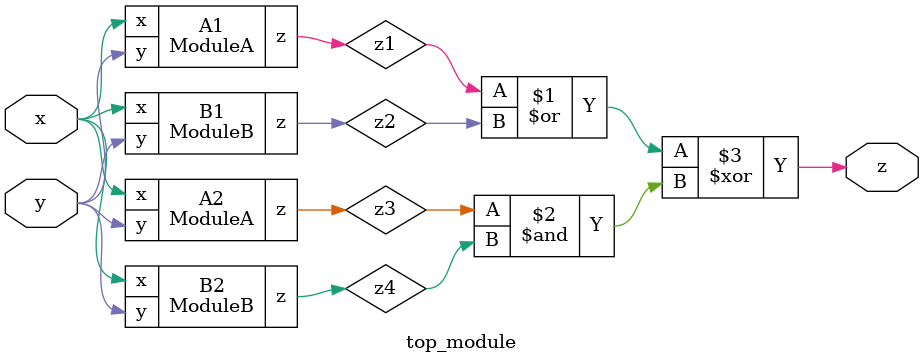
<source format=sv>
module ModuleA(
    input x,
    input y,
    output z
);

assign z = (x ^ y) & x;

endmodule
module ModuleB(
    input x,
    input y,
    output z
);

assign z = (x == 0 && y == 0) || (x == 1 && y == 1);

endmodule
module top_module(
    input x,
    input y,
    output z
);

wire z1, z2, z3, z4;

ModuleA A1(
    .x(x),
    .y(y),
    .z(z1)
);

ModuleB B1(
    .x(x),
    .y(y),
    .z(z2)
);

ModuleA A2(
    .x(x),
    .y(y),
    .z(z3)
);

ModuleB B2(
    .x(x),
    .y(y),
    .z(z4)
);

assign z = (z1 | z2) ^ (z3 & z4);

endmodule

</source>
